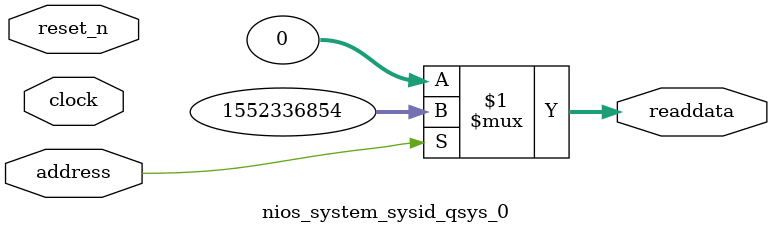
<source format=v>



// synthesis translate_off
`timescale 1ns / 1ps
// synthesis translate_on

// turn off superfluous verilog processor warnings 
// altera message_level Level1 
// altera message_off 10034 10035 10036 10037 10230 10240 10030 

module nios_system_sysid_qsys_0 (
               // inputs:
                address,
                clock,
                reset_n,

               // outputs:
                readdata
             )
;

  output  [ 31: 0] readdata;
  input            address;
  input            clock;
  input            reset_n;

  wire    [ 31: 0] readdata;
  //control_slave, which is an e_avalon_slave
  assign readdata = address ? 1552336854 : 0;

endmodule



</source>
